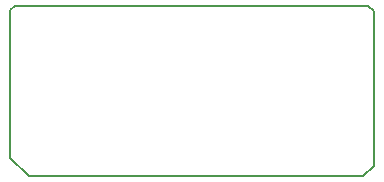
<source format=gbo>
G04*
G04 #@! TF.GenerationSoftware,Altium Limited,Altium Designer,20.0.10 (225)*
G04*
G04 Layer_Color=57008*
%FSLAX25Y25*%
%MOIN*%
G70*
G01*
G75*
%ADD10C,0.00787*%
D10*
X1969Y57382D02*
X119685Y57382D01*
X121653Y55413D01*
Y4035D02*
Y55413D01*
X118012Y394D02*
X121653Y4035D01*
X6496Y394D02*
X118032D01*
X394Y6496D02*
X6496Y394D01*
X394Y6496D02*
Y55807D01*
X1969Y57382D01*
M02*

</source>
